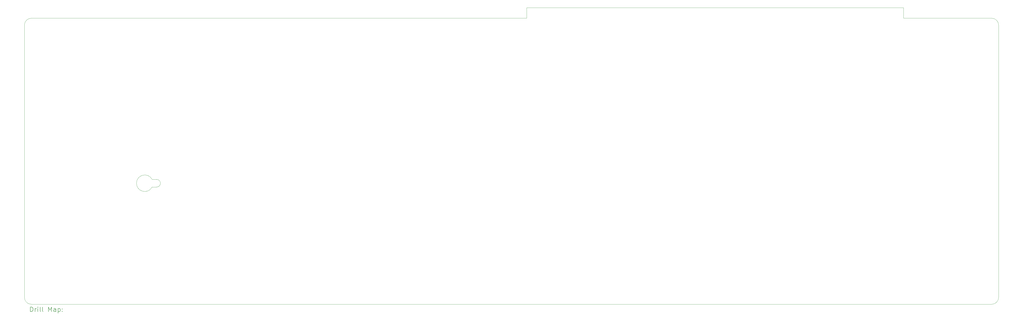
<source format=gbr>
%FSLAX45Y45*%
G04 Gerber Fmt 4.5, Leading zero omitted, Abs format (unit mm)*
G04 Created by KiCad (PCBNEW (5.99.0-12974-ge12f9a194d)) date 2021-10-29 16:06:23*
%MOMM*%
%LPD*%
G01*
G04 APERTURE LIST*
%TA.AperFunction,Profile*%
%ADD10C,0.050000*%
%TD*%
%ADD11C,0.200000*%
G04 APERTURE END LIST*
D10*
X4470000Y-15825000D02*
X25770000Y-15825000D01*
X4170000Y-27825000D02*
X4171232Y-16097839D01*
X45765000Y-28125000D02*
X4470000Y-28125000D01*
X46065000Y-16125000D02*
X46065000Y-27825000D01*
X45765000Y-15825000D02*
X41970000Y-15825000D01*
X10020000Y-22920000D02*
G75*
G03*
X9855000Y-22755000I-165000J0D01*
G01*
X4470000Y-15825000D02*
G75*
G03*
X4171232Y-16097839I0J-300000D01*
G01*
X25770000Y-15375000D02*
X41970000Y-15375000D01*
X25770000Y-15825000D02*
X25770000Y-15375000D01*
X9855000Y-23085000D02*
X9660000Y-23085000D01*
X41970000Y-15375000D02*
X41970000Y-15825000D01*
X9855000Y-23085000D02*
G75*
G03*
X10020000Y-22920000I0J165000D01*
G01*
X45765000Y-28125000D02*
G75*
G03*
X46065000Y-27825000I0J300000D01*
G01*
X4170000Y-27825000D02*
G75*
G03*
X4470000Y-28125000I300000J0D01*
G01*
X46065000Y-16125000D02*
G75*
G03*
X45765000Y-15825000I-300000J0D01*
G01*
X9660000Y-22755000D02*
X9855000Y-22755000D01*
X9660000Y-22755000D02*
G75*
G03*
X9660000Y-23085000I-315000J-165000D01*
G01*
D11*
X4425119Y-28437976D02*
X4425119Y-28237976D01*
X4472738Y-28237976D01*
X4501310Y-28247500D01*
X4520357Y-28266548D01*
X4529881Y-28285595D01*
X4539405Y-28323690D01*
X4539405Y-28352262D01*
X4529881Y-28390357D01*
X4520357Y-28409405D01*
X4501310Y-28428452D01*
X4472738Y-28437976D01*
X4425119Y-28437976D01*
X4625119Y-28437976D02*
X4625119Y-28304643D01*
X4625119Y-28342738D02*
X4634643Y-28323690D01*
X4644167Y-28314167D01*
X4663214Y-28304643D01*
X4682262Y-28304643D01*
X4748929Y-28437976D02*
X4748929Y-28304643D01*
X4748929Y-28237976D02*
X4739405Y-28247500D01*
X4748929Y-28257024D01*
X4758452Y-28247500D01*
X4748929Y-28237976D01*
X4748929Y-28257024D01*
X4872738Y-28437976D02*
X4853690Y-28428452D01*
X4844167Y-28409405D01*
X4844167Y-28237976D01*
X4977500Y-28437976D02*
X4958452Y-28428452D01*
X4948929Y-28409405D01*
X4948929Y-28237976D01*
X5206071Y-28437976D02*
X5206071Y-28237976D01*
X5272738Y-28380833D01*
X5339405Y-28237976D01*
X5339405Y-28437976D01*
X5520357Y-28437976D02*
X5520357Y-28333214D01*
X5510833Y-28314167D01*
X5491786Y-28304643D01*
X5453690Y-28304643D01*
X5434643Y-28314167D01*
X5520357Y-28428452D02*
X5501310Y-28437976D01*
X5453690Y-28437976D01*
X5434643Y-28428452D01*
X5425119Y-28409405D01*
X5425119Y-28390357D01*
X5434643Y-28371309D01*
X5453690Y-28361786D01*
X5501310Y-28361786D01*
X5520357Y-28352262D01*
X5615595Y-28304643D02*
X5615595Y-28504643D01*
X5615595Y-28314167D02*
X5634643Y-28304643D01*
X5672738Y-28304643D01*
X5691786Y-28314167D01*
X5701309Y-28323690D01*
X5710833Y-28342738D01*
X5710833Y-28399881D01*
X5701309Y-28418928D01*
X5691786Y-28428452D01*
X5672738Y-28437976D01*
X5634643Y-28437976D01*
X5615595Y-28428452D01*
X5796548Y-28418928D02*
X5806071Y-28428452D01*
X5796548Y-28437976D01*
X5787024Y-28428452D01*
X5796548Y-28418928D01*
X5796548Y-28437976D01*
X5796548Y-28314167D02*
X5806071Y-28323690D01*
X5796548Y-28333214D01*
X5787024Y-28323690D01*
X5796548Y-28314167D01*
X5796548Y-28333214D01*
M02*

</source>
